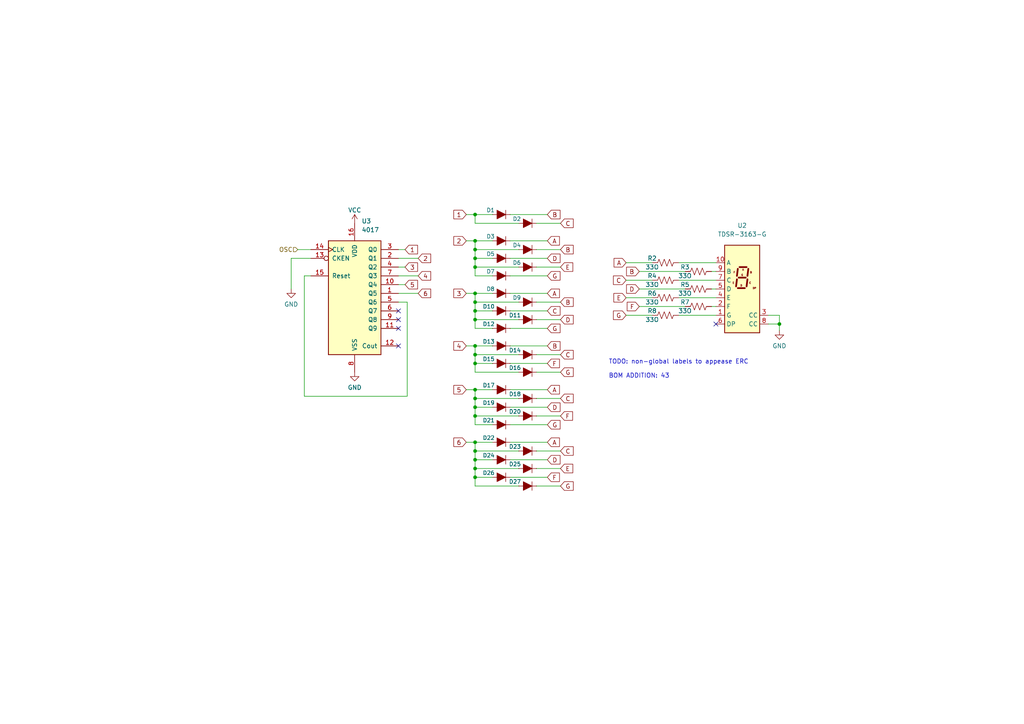
<source format=kicad_sch>
(kicad_sch (version 20211123) (generator eeschema)
  (paper "A4")
  (lib_symbols
    (symbol "4xxx:4017" (pin_names (offset 1.016))
      (property "Reference" "U" (at -7.62 16.51 0))
      (property "Value" "4017" (at -7.62 -19.05 0))
      (symbol "4017_1_0"
        (pin output line (at 12.7 0 180) (length 5.08) (name "Q5") (number "1"))
        (pin output line (at 12.7 2.54 180) (length 5.08) (name "Q4") (number "10"))
        (pin output line (at 12.7 -10.16 180) (length 5.08) (name "Q9") (number "11"))
        (pin output line (at 12.7 -15.24 180) (length 5.08) (name "Cout") (number "12"))
        (pin input inverted (at -12.7 10.16 0) (length 5.08) (name "CKEN") (number "13"))
        (pin input clock (at -12.7 12.7 0) (length 5.08) (name "CLK") (number "14"))
        (pin input line (at -12.7 5.08 0) (length 5.08) (name "Reset") (number "15"))
        (pin power_in line (at 0 20.32 270) (length 5.08) (name "VDD") (number "16"))
        (pin output line (at 12.7 10.16 180) (length 5.08) (name "Q1") (number "2"))
        (pin output line (at 12.7 12.7 180) (length 5.08) (name "Q0") (number "3"))
        (pin output line (at 12.7 7.62 180) (length 5.08) (name "Q2") (number "4"))
        (pin output line (at 12.7 -2.54 180) (length 5.08) (name "Q6") (number "5"))
        (pin output line (at 12.7 -5.08 180) (length 5.08) (name "Q7") (number "6"))
        (pin output line (at 12.7 5.08 180) (length 5.08) (name "Q3") (number "7"))
        (pin power_in line (at 0 -22.86 90) (length 5.08) (name "VSS") (number "8"))
        (pin output line (at 12.7 -7.62 180) (length 5.08) (name "Q8") (number "9"))
      )
      (symbol "4017_1_1"
        (rectangle (start -7.62 15.24) (end 7.62 -17.78) (stroke (width 0.254)) (fill (type background)))
      )
    )
    (symbol "Device:R_US" (pin_numbers hide) (pin_names (offset 0))
      (property "Reference" "R" (at 2.54 0 90))
      (property "Value" "R_US" (at -2.54 0 90))
      (symbol "R_US_0_1"
        (polyline (pts (xy 0 -2.286) (xy 0 -2.54)))
        (polyline (pts (xy 0 2.286) (xy 0 2.54)))
        (polyline (pts (xy 0 -0.762) (xy 1.016 -1.143) (xy 0 -1.524) (xy -1.016 -1.905) (xy 0 -2.286)))
        (polyline (pts (xy 0 0.762) (xy 1.016 0.381) (xy 0 0) (xy -1.016 -0.381) (xy 0 -0.762)))
        (polyline (pts (xy 0 2.286) (xy 1.016 1.905) (xy 0 1.524) (xy -1.016 1.143) (xy 0 0.762)))
      )
      (symbol "R_US_1_1"
        (pin passive line (at 0 3.81 270) (length 1.27) (name "~") (number "1"))
        (pin passive line (at 0 -3.81 90) (length 1.27) (name "~") (number "2"))
      )
    )
    (symbol "SparkFun-DiscreteSemi:DIODE-1N4148" (pin_numbers hide) (pin_names (offset 1.016) hide)
      (property "Reference" "D" (at -2.54 2.54 0))
      (property "Value" "DIODE-1N4148" (at -2.54 -3.81 0))
      (property "Field4" "DIO-08378" (at 0 6.35 0))
      (symbol "DIODE-1N4148_1_0"
        (polyline (pts (xy -2.54 0) (xy -1.27 0)))
        (polyline (pts (xy 1.27 0) (xy 1.27 -1.27)))
        (polyline (pts (xy 1.27 1.27) (xy 1.27 0)))
        (polyline (pts (xy 2.54 0) (xy 1.27 0)))
      )
      (symbol "DIODE-1N4148_1_1"
        (polyline (pts (xy -1.27 1.27) (xy 1.27 0) (xy 1.27 0) (xy -1.27 -1.27) (xy -1.27 -1.27) (xy -1.27 1.27)) (fill (type outline)))
        (pin passive line (at -2.54 0 0) (length 0) (name "A") (number "A"))
        (pin passive line (at 2.54 0 180) (length 0) (name "C") (number "C"))
      )
    )
    (symbol "parts_cafe:TDSR-3163-G"
      (property "Reference" "U" (at 0 0 0))
      (property "Value" "TDSR-3163-G" (at 2.54 -29.21 0))
      (symbol "TDSR-3163-G_0_0"
        (text "A" (at 5.334 -8.382 0) (effects (font (size 0.508 0.508))))
        (text "B" (at 7.62 -9.144 0) (effects (font (size 0.508 0.508))))
        (text "C" (at 7.366 -12.192 0) (effects (font (size 0.508 0.508))))
        (text "D" (at 4.826 -12.954 0) (effects (font (size 0.508 0.508))))
        (text "DP" (at 8.636 -13.716 0) (effects (font (size 0.508 0.508))))
        (text "E" (at 2.54 -12.192 0) (effects (font (size 0.508 0.508))))
        (text "F" (at 2.794 -9.144 0) (effects (font (size 0.508 0.508))))
        (text "G" (at 5.08 -9.906 0) (effects (font (size 0.508 0.508))))
      )
      (symbol "TDSR-3163-G_0_1"
        (rectangle (start 0 -1.27) (end 10.16 -26.67) (stroke (width 0.254)) (fill (type background)))
        (polyline (pts (xy 3.556 -11.176) (xy 3.302 -13.208)) (stroke (width 0.508)))
        (polyline (pts (xy 3.81 -13.716) (xy 5.842 -13.716)) (stroke (width 0.508)))
        (polyline (pts (xy 3.81 -8.128) (xy 3.556 -10.16)) (stroke (width 0.508)))
        (polyline (pts (xy 4.064 -10.668) (xy 6.096 -10.668)) (stroke (width 0.508)))
        (polyline (pts (xy 4.318 -7.62) (xy 6.35 -7.62)) (stroke (width 0.508)))
        (polyline (pts (xy 6.604 -11.176) (xy 6.35 -13.208)) (stroke (width 0.508)))
        (polyline (pts (xy 6.858 -8.128) (xy 6.604 -10.16)) (stroke (width 0.508)))
        (polyline (pts (xy 7.62 -13.716) (xy 7.62 -13.716)) (stroke (width 0.508)))
      )
      (symbol "TDSR-3163-G_1_1"
        (pin input line (at -2.54 -21.59 0) (length 2.54) (name "G") (number "1"))
        (pin input line (at -2.54 -6.35 0) (length 2.54) (name "A") (number "10"))
        (pin input line (at -2.54 -19.05 0) (length 2.54) (name "F") (number "2"))
        (pin input line (at 12.7 -21.59 180) (length 2.54) (name "CC") (number "3"))
        (pin input line (at -2.54 -16.51 0) (length 2.54) (name "E") (number "4"))
        (pin input line (at -2.54 -13.97 0) (length 2.54) (name "D") (number "5"))
        (pin input line (at -2.54 -24.13 0) (length 2.54) (name "DP") (number "6"))
        (pin input line (at -2.54 -11.43 0) (length 2.54) (name "C") (number "7"))
        (pin input line (at 12.7 -24.13 180) (length 2.54) (name "CC") (number "8"))
        (pin input line (at -2.54 -8.89 0) (length 2.54) (name "B") (number "9"))
      )
    )
    (symbol "power:GND" (power) (pin_names (offset 0))
      (property "Value" "GND" (at 0 -3.81 0))
      (symbol "GND_0_1"
        (polyline (pts (xy 0 0) (xy 0 -1.27) (xy 1.27 -1.27) (xy 0 -2.54) (xy -1.27 -1.27) (xy 0 -1.27)))
      )
      (symbol "GND_1_1"
        (pin power_in line (at 0 0 270) (length 0) hide (name "GND") (number "1"))
      )
    )
    (symbol "power:VCC" (power) (pin_names (offset 0))
      (property "Value" "VCC" (at 0 3.81 0))
      (symbol "VCC_0_1"
        (polyline (pts (xy -0.762 1.27) (xy 0 2.54)))
        (polyline (pts (xy 0 0) (xy 0 2.54)))
        (polyline (pts (xy 0 2.54) (xy 0.762 1.27)))
      )
      (symbol "VCC_1_1"
        (pin power_in line (at 0 0 90) (length 0) hide (name "VCC") (number "1"))
      )
    )
  )
  (junction (at 137.795 115.57))
  (junction (at 137.795 69.85))
  (junction (at 137.795 135.89))
  (junction (at 137.795 72.39))
  (junction (at 137.795 85.09))
  (junction (at 137.795 92.71))
  (junction (at 137.795 105.41))
  (junction (at 137.795 113.03))
  (junction (at 137.795 102.87))
  (junction (at 137.795 87.63))
  (junction (at 137.795 120.65))
  (junction (at 137.795 90.17))
  (junction (at 137.795 130.81))
  (junction (at 137.795 128.27))
  (junction (at 137.795 133.35))
  (junction (at 137.795 62.23))
  (junction (at 137.795 118.11))
  (junction (at 226.06 93.98))
  (junction (at 137.795 74.93))
  (junction (at 137.795 138.43))
  (junction (at 137.795 100.33))
  (junction (at 137.795 77.47))
  (no_connect (at 207.645 93.98))
  (no_connect (at 115.57 100.33))
  (no_connect (at 115.57 95.25))
  (no_connect (at 115.57 90.17))
  (no_connect (at 115.57 92.71))
  (wire (pts (xy 147.955 138.43) (xy 158.75 138.43)))
  (wire (pts (xy 222.885 91.44) (xy 226.06 91.44)))
  (wire (pts (xy 155.575 107.95) (xy 162.56 107.95)))
  (wire (pts (xy 137.795 92.71) (xy 137.795 90.17)))
  (wire (pts (xy 137.795 105.41) (xy 142.875 105.41)))
  (wire (pts (xy 137.795 85.09) (xy 142.875 85.09)))
  (wire (pts (xy 196.85 76.2) (xy 207.645 76.2)))
  (wire (pts (xy 137.795 138.43) (xy 137.795 135.89)))
  (wire (pts (xy 150.495 140.97) (xy 137.795 140.97)))
  (wire (pts (xy 147.955 95.25) (xy 158.75 95.25)))
  (wire (pts (xy 181.61 76.2) (xy 189.23 76.2)))
  (wire (pts (xy 137.795 123.19) (xy 137.795 120.65)))
  (wire (pts (xy 137.795 95.25) (xy 142.875 95.25)))
  (wire (pts (xy 135.255 69.85) (xy 137.795 69.85)))
  (wire (pts (xy 226.06 93.98) (xy 226.06 95.885)))
  (wire (pts (xy 137.795 100.33) (xy 142.875 100.33)))
  (wire (pts (xy 135.255 128.27) (xy 137.795 128.27)))
  (wire (pts (xy 84.455 74.93) (xy 84.455 83.82)))
  (wire (pts (xy 137.795 90.17) (xy 142.875 90.17)))
  (wire (pts (xy 147.955 100.33) (xy 158.75 100.33)))
  (wire (pts (xy 137.795 64.77) (xy 150.495 64.77)))
  (wire (pts (xy 115.57 77.47) (xy 117.475 77.47)))
  (wire (pts (xy 185.42 78.74) (xy 198.755 78.74)))
  (wire (pts (xy 88.265 114.935) (xy 118.11 114.935)))
  (wire (pts (xy 155.575 135.89) (xy 162.56 135.89)))
  (wire (pts (xy 115.57 72.39) (xy 117.475 72.39)))
  (wire (pts (xy 115.57 74.93) (xy 121.285 74.93)))
  (wire (pts (xy 147.955 118.11) (xy 158.75 118.11)))
  (wire (pts (xy 147.955 69.85) (xy 158.75 69.85)))
  (wire (pts (xy 135.255 62.23) (xy 137.795 62.23)))
  (wire (pts (xy 137.795 115.57) (xy 137.795 113.03)))
  (wire (pts (xy 137.795 80.01) (xy 142.875 80.01)))
  (wire (pts (xy 147.955 74.93) (xy 158.75 74.93)))
  (wire (pts (xy 155.575 72.39) (xy 162.56 72.39)))
  (wire (pts (xy 206.375 78.74) (xy 207.645 78.74)))
  (wire (pts (xy 137.795 107.95) (xy 150.495 107.95)))
  (wire (pts (xy 137.795 72.39) (xy 150.495 72.39)))
  (wire (pts (xy 118.11 114.935) (xy 118.11 87.63)))
  (wire (pts (xy 137.795 140.97) (xy 137.795 138.43)))
  (wire (pts (xy 137.795 118.11) (xy 142.875 118.11)))
  (wire (pts (xy 90.17 74.93) (xy 84.455 74.93)))
  (wire (pts (xy 137.795 120.65) (xy 150.495 120.65)))
  (wire (pts (xy 137.795 130.81) (xy 137.795 128.27)))
  (wire (pts (xy 147.955 123.19) (xy 158.75 123.19)))
  (wire (pts (xy 137.795 113.03) (xy 142.875 113.03)))
  (wire (pts (xy 137.795 102.87) (xy 137.795 100.33)))
  (wire (pts (xy 137.795 62.23) (xy 142.875 62.23)))
  (wire (pts (xy 185.42 83.82) (xy 198.755 83.82)))
  (wire (pts (xy 181.61 91.44) (xy 189.23 91.44)))
  (wire (pts (xy 155.575 77.47) (xy 162.56 77.47)))
  (wire (pts (xy 86.36 72.39) (xy 90.17 72.39)))
  (wire (pts (xy 135.255 100.33) (xy 137.795 100.33)))
  (wire (pts (xy 115.57 82.55) (xy 117.475 82.55)))
  (wire (pts (xy 147.955 128.27) (xy 158.75 128.27)))
  (wire (pts (xy 137.795 118.11) (xy 137.795 115.57)))
  (wire (pts (xy 137.795 77.47) (xy 150.495 77.47)))
  (wire (pts (xy 147.955 85.09) (xy 158.75 85.09)))
  (wire (pts (xy 137.795 133.35) (xy 137.795 130.81)))
  (wire (pts (xy 155.575 87.63) (xy 162.56 87.63)))
  (wire (pts (xy 137.795 74.93) (xy 137.795 72.39)))
  (wire (pts (xy 147.955 62.23) (xy 158.75 62.23)))
  (wire (pts (xy 137.795 77.47) (xy 137.795 74.93)))
  (wire (pts (xy 135.255 85.09) (xy 137.795 85.09)))
  (wire (pts (xy 137.795 80.01) (xy 137.795 77.47)))
  (wire (pts (xy 137.795 95.25) (xy 137.795 92.71)))
  (wire (pts (xy 155.575 120.65) (xy 162.56 120.65)))
  (wire (pts (xy 222.885 93.98) (xy 226.06 93.98)))
  (wire (pts (xy 137.795 135.89) (xy 150.495 135.89)))
  (wire (pts (xy 206.375 83.82) (xy 207.645 83.82)))
  (wire (pts (xy 137.795 115.57) (xy 150.495 115.57)))
  (wire (pts (xy 137.795 87.63) (xy 137.795 85.09)))
  (wire (pts (xy 196.85 86.36) (xy 207.645 86.36)))
  (wire (pts (xy 155.575 92.71) (xy 162.56 92.71)))
  (wire (pts (xy 137.795 90.17) (xy 137.795 87.63)))
  (wire (pts (xy 137.795 135.89) (xy 137.795 133.35)))
  (wire (pts (xy 155.575 102.87) (xy 162.56 102.87)))
  (wire (pts (xy 137.795 72.39) (xy 137.795 69.85)))
  (wire (pts (xy 155.575 130.81) (xy 162.56 130.81)))
  (wire (pts (xy 137.795 69.85) (xy 142.875 69.85)))
  (wire (pts (xy 137.795 107.95) (xy 137.795 105.41)))
  (wire (pts (xy 88.265 80.01) (xy 88.265 114.935)))
  (wire (pts (xy 155.575 64.77) (xy 162.56 64.77)))
  (wire (pts (xy 137.795 138.43) (xy 142.875 138.43)))
  (wire (pts (xy 147.955 80.01) (xy 158.75 80.01)))
  (wire (pts (xy 181.61 86.36) (xy 189.23 86.36)))
  (wire (pts (xy 137.795 92.71) (xy 150.495 92.71)))
  (wire (pts (xy 206.375 88.9) (xy 207.645 88.9)))
  (wire (pts (xy 147.955 105.41) (xy 158.75 105.41)))
  (wire (pts (xy 115.57 85.09) (xy 121.285 85.09)))
  (wire (pts (xy 137.795 130.81) (xy 150.495 130.81)))
  (wire (pts (xy 196.85 91.44) (xy 207.645 91.44)))
  (wire (pts (xy 137.795 123.19) (xy 142.875 123.19)))
  (wire (pts (xy 181.61 81.28) (xy 189.23 81.28)))
  (wire (pts (xy 196.85 81.28) (xy 207.645 81.28)))
  (wire (pts (xy 147.955 133.35) (xy 158.75 133.35)))
  (wire (pts (xy 147.955 90.17) (xy 158.75 90.17)))
  (wire (pts (xy 185.42 88.9) (xy 198.755 88.9)))
  (wire (pts (xy 137.795 133.35) (xy 142.875 133.35)))
  (wire (pts (xy 135.255 113.03) (xy 137.795 113.03)))
  (wire (pts (xy 155.575 115.57) (xy 162.56 115.57)))
  (wire (pts (xy 137.795 128.27) (xy 142.875 128.27)))
  (wire (pts (xy 137.795 120.65) (xy 137.795 118.11)))
  (wire (pts (xy 137.795 102.87) (xy 150.495 102.87)))
  (wire (pts (xy 155.575 140.97) (xy 162.56 140.97)))
  (wire (pts (xy 137.795 64.77) (xy 137.795 62.23)))
  (wire (pts (xy 137.795 87.63) (xy 150.495 87.63)))
  (wire (pts (xy 88.265 80.01) (xy 90.17 80.01)))
  (wire (pts (xy 147.955 113.03) (xy 158.75 113.03)))
  (wire (pts (xy 137.795 105.41) (xy 137.795 102.87)))
  (wire (pts (xy 118.11 87.63) (xy 115.57 87.63)))
  (wire (pts (xy 226.06 91.44) (xy 226.06 93.98)))
  (wire (pts (xy 115.57 80.01) (xy 121.285 80.01)))
  (wire (pts (xy 137.795 74.93) (xy 142.875 74.93)))
  (text "TODO: non-global labels to appease ERC\n\nBOM ADDITION: 43" (at 176.53 109.855 0) (effects (font (size 1.27 1.27)) (justify left bottom)))
  (global_label "D" (shape input) (at 158.75 74.93 0) (property "Intersheet References" "${INTERSHEET_REFS}" (effects hide)))
  (global_label "F" (shape input) (at 162.56 120.65 0) (property "Intersheet References" "${INTERSHEET_REFS}" (effects hide)))
  (global_label "A" (shape input) (at 158.75 113.03 0) (property "Intersheet References" "${INTERSHEET_REFS}" (effects hide)))
  (global_label "G" (shape input) (at 158.75 95.25 0) (property "Intersheet References" "${INTERSHEET_REFS}" (effects hide)))
  (global_label "5" (shape input) (at 135.255 113.03 180) (property "Intersheet References" "${INTERSHEET_REFS}" (effects hide)))
  (global_label "F" (shape input) (at 158.75 138.43 0) (property "Intersheet References" "${INTERSHEET_REFS}" (effects hide)))
  (global_label "B" (shape input) (at 158.75 62.23 0) (property "Intersheet References" "${INTERSHEET_REFS}" (effects hide)))
  (global_label "6" (shape input) (at 135.255 128.27 180) (property "Intersheet References" "${INTERSHEET_REFS}" (effects hide)))
  (global_label "2" (shape input) (at 135.255 69.85 180) (property "Intersheet References" "${INTERSHEET_REFS}" (effects hide)))
  (global_label "4" (shape input) (at 121.285 80.01 0) (property "Intersheet References" "${INTERSHEET_REFS}" (effects hide)))
  (global_label "C" (shape input) (at 162.56 64.77 0) (property "Intersheet References" "${INTERSHEET_REFS}" (effects hide)))
  (global_label "B" (shape input) (at 162.56 87.63 0) (property "Intersheet References" "${INTERSHEET_REFS}" (effects hide)))
  (global_label "3" (shape input) (at 117.475 77.47 0) (property "Intersheet References" "${INTERSHEET_REFS}" (effects hide)))
  (global_label "D" (shape input) (at 185.42 83.82 180) (property "Intersheet References" "${INTERSHEET_REFS}" (effects hide)))
  (global_label "C" (shape input) (at 162.56 102.87 0) (property "Intersheet References" "${INTERSHEET_REFS}" (effects hide)))
  (global_label "G" (shape input) (at 181.61 91.44 180) (property "Intersheet References" "${INTERSHEET_REFS}" (effects hide)))
  (global_label "B" (shape input) (at 185.42 78.74 180) (property "Intersheet References" "${INTERSHEET_REFS}" (effects hide)))
  (global_label "E" (shape input) (at 162.56 77.47 0) (property "Intersheet References" "${INTERSHEET_REFS}" (effects hide)))
  (global_label "E" (shape input) (at 181.61 86.36 180) (property "Intersheet References" "${INTERSHEET_REFS}" (effects hide)))
  (global_label "G" (shape input) (at 162.56 140.97 0) (property "Intersheet References" "${INTERSHEET_REFS}" (effects hide)))
  (global_label "G" (shape input) (at 162.56 107.95 0) (property "Intersheet References" "${INTERSHEET_REFS}" (effects hide)))
  (global_label "1" (shape input) (at 135.255 62.23 180) (property "Intersheet References" "${INTERSHEET_REFS}" (effects hide)))
  (global_label "C" (shape input) (at 158.75 90.17 0) (property "Intersheet References" "${INTERSHEET_REFS}" (effects hide)))
  (global_label "G" (shape input) (at 158.75 123.19 0) (property "Intersheet References" "${INTERSHEET_REFS}" (effects hide)))
  (global_label "A" (shape input) (at 158.75 69.85 0) (property "Intersheet References" "${INTERSHEET_REFS}" (effects hide)))
  (global_label "4" (shape input) (at 135.255 100.33 180) (property "Intersheet References" "${INTERSHEET_REFS}" (effects hide)))
  (global_label "F" (shape input) (at 158.75 105.41 0) (property "Intersheet References" "${INTERSHEET_REFS}" (effects hide)))
  (global_label "2" (shape input) (at 121.285 74.93 0) (property "Intersheet References" "${INTERSHEET_REFS}" (effects hide)))
  (global_label "F" (shape input) (at 185.42 88.9 180) (property "Intersheet References" "${INTERSHEET_REFS}" (effects hide)))
  (global_label "5" (shape input) (at 117.475 82.55 0) (property "Intersheet References" "${INTERSHEET_REFS}" (effects hide)))
  (global_label "D" (shape input) (at 162.56 92.71 0) (property "Intersheet References" "${INTERSHEET_REFS}" (effects hide)))
  (global_label "C" (shape input) (at 162.56 130.81 0) (property "Intersheet References" "${INTERSHEET_REFS}" (effects hide)))
  (global_label "B" (shape input) (at 162.56 72.39 0) (property "Intersheet References" "${INTERSHEET_REFS}" (effects hide)))
  (global_label "C" (shape input) (at 181.61 81.28 180) (property "Intersheet References" "${INTERSHEET_REFS}" (effects hide)))
  (global_label "G" (shape input) (at 158.75 80.01 0) (property "Intersheet References" "${INTERSHEET_REFS}" (effects hide)))
  (global_label "1" (shape input) (at 117.475 72.39 0) (property "Intersheet References" "${INTERSHEET_REFS}" (effects hide)))
  (global_label "B" (shape input) (at 158.75 100.33 0) (property "Intersheet References" "${INTERSHEET_REFS}" (effects hide)))
  (global_label "A" (shape input) (at 158.75 85.09 0) (property "Intersheet References" "${INTERSHEET_REFS}" (effects hide)))
  (global_label "D" (shape input) (at 158.75 118.11 0) (property "Intersheet References" "${INTERSHEET_REFS}" (effects hide)))
  (global_label "E" (shape input) (at 162.56 135.89 0) (property "Intersheet References" "${INTERSHEET_REFS}" (effects hide)))
  (global_label "3" (shape input) (at 135.255 85.09 180) (property "Intersheet References" "${INTERSHEET_REFS}" (effects hide)))
  (global_label "C" (shape input) (at 162.56 115.57 0) (property "Intersheet References" "${INTERSHEET_REFS}" (effects hide)))
  (global_label "6" (shape input) (at 121.285 85.09 0) (property "Intersheet References" "${INTERSHEET_REFS}" (effects hide)))
  (global_label "D" (shape input) (at 158.75 133.35 0) (property "Intersheet References" "${INTERSHEET_REFS}" (effects hide)))
  (global_label "A" (shape input) (at 181.61 76.2 180) (property "Intersheet References" "${INTERSHEET_REFS}" (effects hide)))
  (global_label "A" (shape input) (at 158.75 128.27 0) (property "Intersheet References" "${INTERSHEET_REFS}" (effects hide)))
  (hierarchical_label "OSC" (shape input) (at 86.36 72.39 180))
  (symbol (lib_id "power:VCC") (at 102.87 64.77 0) (unit 1)
    (property "Reference" "#PWR010" (effects hide))
    (property "Value" "VCC" (at 102.87 60.96 0))
  )
  (symbol (lib_id "SparkFun-DiscreteSemi:DIODE-1N4148") (at 153.035 115.57 0) (unit 1)
    (property "Reference" "D18" (at 151.13 114.3 0) (effects (font (size 1.143 1.143)) (justify right)))
    (property "Value" "DIODE-1N4148" (effects hide))
    (property "Footprint" "DIODE-1N4148" (effects hide))
    (property "Field4" "DIO-08378" (effects hide))
  )
  (symbol (lib_id "power:GND") (at 102.87 107.95 0) (unit 1)
    (property "Reference" "#PWR013" (effects hide))
    (property "Value" "GND" (at 102.87 112.395 0))
  )
  (symbol (lib_id "SparkFun-DiscreteSemi:DIODE-1N4148") (at 145.415 123.19 0) (unit 1)
    (property "Reference" "D21" (at 143.51 121.92 0) (effects (font (size 1.143 1.143)) (justify right)))
    (property "Value" "DIODE-1N4148" (effects hide))
    (property "Footprint" "DIODE-1N4148" (effects hide))
    (property "Field4" "DIO-08378" (effects hide))
  )
  (symbol (lib_id "SparkFun-DiscreteSemi:DIODE-1N4148") (at 145.415 113.03 0) (unit 1)
    (property "Reference" "D17" (at 143.51 111.76 0) (effects (font (size 1.143 1.143)) (justify right)))
    (property "Value" "DIODE-1N4148" (effects hide))
    (property "Footprint" "DIODE-1N4148" (effects hide))
    (property "Field4" "DIO-08378" (effects hide))
  )
  (symbol (lib_id "SparkFun-DiscreteSemi:DIODE-1N4148") (at 153.035 92.71 0) (unit 1)
    (property "Reference" "D11" (at 151.13 91.44 0) (effects (font (size 1.143 1.143)) (justify right)))
    (property "Value" "DIODE-1N4148" (effects hide))
    (property "Footprint" "DIODE-1N4148" (effects hide))
    (property "Field4" "DIO-08378" (effects hide))
  )
  (symbol (lib_id "SparkFun-DiscreteSemi:DIODE-1N4148") (at 145.415 100.33 0) (unit 1)
    (property "Reference" "D13" (at 143.51 99.06 0) (effects (font (size 1.143 1.143)) (justify right)))
    (property "Value" "DIODE-1N4148" (effects hide))
    (property "Footprint" "DIODE-1N4148" (effects hide))
    (property "Field4" "DIO-08378" (effects hide))
  )
  (symbol (lib_id "Device:R_US") (at 193.04 86.36 90) (unit 1)
    (property "Reference" "R6" (at 190.5 85.09 90) (effects (justify left)))
    (property "Value" "33O" (at 191.135 87.63 90) (effects (justify left)))
    (property "Footprint" "Resistor_THT:R_Axial_DIN0204_L3.6mm_D1.6mm_P7.62mm_Horizontal" (effects hide))
  )
  (symbol (lib_id "SparkFun-DiscreteSemi:DIODE-1N4148") (at 145.415 138.43 0) (unit 1)
    (property "Reference" "D26" (at 143.51 137.16 0) (effects (font (size 1.143 1.143)) (justify right)))
    (property "Value" "DIODE-1N4148" (effects hide))
    (property "Footprint" "DIODE-1N4148" (effects hide))
    (property "Field4" "DIO-08378" (effects hide))
  )
  (symbol (lib_id "4xxx:4017") (at 102.87 85.09 0) (unit 1)
    (property "Reference" "U3" (at 104.8894 64.135 0) (effects (justify left)))
    (property "Value" "4017" (at 104.8894 66.675 0) (effects (justify left)))
    (property "Datasheet" "http://www.intersil.com/content/dam/Intersil/documents/cd40/cd4017bms-22bms.pdf" (effects hide))
  )
  (symbol (lib_id "Device:R_US") (at 193.04 76.2 90) (unit 1)
    (property "Reference" "R2" (at 190.5 74.93 90) (effects (justify left)))
    (property "Value" "33O" (at 191.135 77.47 90) (effects (justify left)))
    (property "Footprint" "Resistor_THT:R_Axial_DIN0204_L3.6mm_D1.6mm_P7.62mm_Horizontal" (effects hide))
  )
  (symbol (lib_id "Device:R_US") (at 202.565 88.9 90) (unit 1)
    (property "Reference" "R7" (at 200.025 87.63 90) (effects (justify left)))
    (property "Value" "33O" (at 200.66 90.17 90) (effects (justify left)))
    (property "Footprint" "Resistor_THT:R_Axial_DIN0204_L3.6mm_D1.6mm_P7.62mm_Horizontal" (effects hide))
  )
  (symbol (lib_id "SparkFun-DiscreteSemi:DIODE-1N4148") (at 153.035 135.89 0) (unit 1)
    (property "Reference" "D25" (at 151.13 134.62 0) (effects (font (size 1.143 1.143)) (justify right)))
    (property "Value" "DIODE-1N4148" (effects hide))
    (property "Footprint" "DIODE-1N4148" (effects hide))
    (property "Field4" "DIO-08378" (effects hide))
  )
  (symbol (lib_id "power:GND") (at 226.06 95.885 0) (unit 1)
    (property "Reference" "#PWR012" (effects hide))
    (property "Value" "GND" (at 226.06 100.33 0))
  )
  (symbol (lib_id "parts_cafe:TDSR-3163-G") (at 210.185 69.85 0) (unit 1)
    (property "Reference" "U2" (at 215.265 65.405 0))
    (property "Value" "TDSR-3163-G" (at 215.265 67.945 0))
  )
  (symbol (lib_id "SparkFun-DiscreteSemi:DIODE-1N4148") (at 153.035 87.63 0) (unit 1)
    (property "Reference" "D9" (at 151.13 86.36 0) (effects (font (size 1.143 1.143)) (justify right)))
    (property "Value" "DIODE-1N4148" (effects hide))
    (property "Footprint" "DIODE-1N4148" (effects hide))
    (property "Field4" "DIO-08378" (effects hide))
  )
  (symbol (lib_id "SparkFun-DiscreteSemi:DIODE-1N4148") (at 145.415 80.01 0) (unit 1)
    (property "Reference" "D7" (at 143.51 78.74 0) (effects (font (size 1.143 1.143)) (justify right)))
    (property "Value" "DIODE-1N4148" (effects hide))
    (property "Footprint" "DIODE-1N4148" (effects hide))
    (property "Field4" "DIO-08378" (effects hide))
  )
  (symbol (lib_id "Device:R_US") (at 202.565 83.82 90) (unit 1)
    (property "Reference" "R5" (at 200.025 82.55 90) (effects (justify left)))
    (property "Value" "33O" (at 200.66 85.09 90) (effects (justify left)))
    (property "Footprint" "Resistor_THT:R_Axial_DIN0204_L3.6mm_D1.6mm_P7.62mm_Horizontal" (effects hide))
  )
  (symbol (lib_id "SparkFun-DiscreteSemi:DIODE-1N4148") (at 145.415 128.27 0) (unit 1)
    (property "Reference" "D22" (at 143.51 127 0) (effects (font (size 1.143 1.143)) (justify right)))
    (property "Value" "DIODE-1N4148" (effects hide))
    (property "Footprint" "DIODE-1N4148" (effects hide))
    (property "Field4" "DIO-08378" (effects hide))
  )
  (symbol (lib_id "SparkFun-DiscreteSemi:DIODE-1N4148") (at 145.415 118.11 0) (unit 1)
    (property "Reference" "D19" (at 143.51 116.84 0) (effects (font (size 1.143 1.143)) (justify right)))
    (property "Value" "DIODE-1N4148" (effects hide))
    (property "Footprint" "DIODE-1N4148" (effects hide))
    (property "Field4" "DIO-08378" (effects hide))
  )
  (symbol (lib_id "SparkFun-DiscreteSemi:DIODE-1N4148") (at 153.035 120.65 0) (unit 1)
    (property "Reference" "D20" (at 151.13 119.38 0) (effects (font (size 1.143 1.143)) (justify right)))
    (property "Value" "DIODE-1N4148" (effects hide))
    (property "Footprint" "DIODE-1N4148" (effects hide))
    (property "Field4" "DIO-08378" (effects hide))
  )
  (symbol (lib_id "power:GND") (at 84.455 83.82 0) (unit 1)
    (property "Reference" "#PWR011" (effects hide))
    (property "Value" "GND" (at 84.455 88.265 0))
  )
  (symbol (lib_id "Device:R_US") (at 193.04 81.28 90) (unit 1)
    (property "Reference" "R4" (at 190.5 80.01 90) (effects (justify left)))
    (property "Value" "33O" (at 191.135 82.55 90) (effects (justify left)))
    (property "Footprint" "Resistor_THT:R_Axial_DIN0204_L3.6mm_D1.6mm_P7.62mm_Horizontal" (effects hide))
  )
  (symbol (lib_id "SparkFun-DiscreteSemi:DIODE-1N4148") (at 145.415 62.23 0) (unit 1)
    (property "Reference" "D1" (at 143.51 60.96 0) (effects (font (size 1.143 1.143)) (justify right)))
    (property "Value" "DIODE-1N4148" (effects hide))
    (property "Footprint" "DIODE-1N4148" (effects hide))
    (property "Field4" "DIO-08378" (effects hide))
  )
  (symbol (lib_id "Device:R_US") (at 193.04 91.44 90) (unit 1)
    (property "Reference" "R8" (at 190.5 90.17 90) (effects (justify left)))
    (property "Value" "33O" (at 191.135 92.71 90) (effects (justify left)))
    (property "Footprint" "Resistor_THT:R_Axial_DIN0204_L3.6mm_D1.6mm_P7.62mm_Horizontal" (effects hide))
  )
  (symbol (lib_id "SparkFun-DiscreteSemi:DIODE-1N4148") (at 153.035 77.47 0) (unit 1)
    (property "Reference" "D6" (at 151.13 76.2 0) (effects (font (size 1.143 1.143)) (justify right)))
    (property "Value" "DIODE-1N4148" (effects hide))
    (property "Footprint" "DIODE-1N4148" (effects hide))
    (property "Field4" "DIO-08378" (effects hide))
  )
  (symbol (lib_id "SparkFun-DiscreteSemi:DIODE-1N4148") (at 145.415 85.09 0) (unit 1)
    (property "Reference" "D8" (at 143.51 83.82 0) (effects (font (size 1.143 1.143)) (justify right)))
    (property "Value" "DIODE-1N4148" (effects hide))
    (property "Footprint" "DIODE-1N4148" (effects hide))
    (property "Field4" "DIO-08378" (effects hide))
  )
  (symbol (lib_id "SparkFun-DiscreteSemi:DIODE-1N4148") (at 153.035 102.87 0) (unit 1)
    (property "Reference" "D14" (at 151.13 101.6 0) (effects (font (size 1.143 1.143)) (justify right)))
    (property "Value" "DIODE-1N4148" (effects hide))
    (property "Footprint" "DIODE-1N4148" (effects hide))
    (property "Field4" "DIO-08378" (effects hide))
  )
  (symbol (lib_id "SparkFun-DiscreteSemi:DIODE-1N4148") (at 145.415 90.17 0) (unit 1)
    (property "Reference" "D10" (at 143.51 88.9 0) (effects (font (size 1.143 1.143)) (justify right)))
    (property "Value" "DIODE-1N4148" (effects hide))
    (property "Footprint" "DIODE-1N4148" (effects hide))
    (property "Field4" "DIO-08378" (effects hide))
  )
  (symbol (lib_id "SparkFun-DiscreteSemi:DIODE-1N4148") (at 153.035 140.97 0) (unit 1)
    (property "Reference" "D27" (at 151.13 139.7 0) (effects (font (size 1.143 1.143)) (justify right)))
    (property "Value" "DIODE-1N4148" (effects hide))
    (property "Footprint" "DIODE-1N4148" (effects hide))
    (property "Field4" "DIO-08378" (effects hide))
  )
  (symbol (lib_id "SparkFun-DiscreteSemi:DIODE-1N4148") (at 145.415 105.41 0) (unit 1)
    (property "Reference" "D15" (at 143.51 104.14 0) (effects (font (size 1.143 1.143)) (justify right)))
    (property "Value" "DIODE-1N4148" (effects hide))
    (property "Footprint" "DIODE-1N4148" (effects hide))
    (property "Field4" "DIO-08378" (effects hide))
  )
  (symbol (lib_id "SparkFun-DiscreteSemi:DIODE-1N4148") (at 153.035 107.95 0) (unit 1)
    (property "Reference" "D16" (at 151.13 106.68 0) (effects (font (size 1.143 1.143)) (justify right)))
    (property "Value" "DIODE-1N4148" (effects hide))
    (property "Footprint" "DIODE-1N4148" (effects hide))
    (property "Field4" "DIO-08378" (effects hide))
  )
  (symbol (lib_id "SparkFun-DiscreteSemi:DIODE-1N4148") (at 153.035 72.39 0) (unit 1)
    (property "Reference" "D4" (at 151.13 71.12 0) (effects (font (size 1.143 1.143)) (justify right)))
    (property "Value" "DIODE-1N4148" (effects hide))
    (property "Footprint" "DIODE-1N4148" (effects hide))
    (property "Field4" "DIO-08378" (effects hide))
  )
  (symbol (lib_id "SparkFun-DiscreteSemi:DIODE-1N4148") (at 153.035 64.77 0) (unit 1)
    (property "Reference" "D2" (at 151.13 63.5 0) (effects (font (size 1.143 1.143)) (justify right)))
    (property "Value" "DIODE-1N4148" (effects hide))
    (property "Footprint" "DIODE-1N4148" (effects hide))
    (property "Field4" "DIO-08378" (effects hide))
  )
  (symbol (lib_id "SparkFun-DiscreteSemi:DIODE-1N4148") (at 153.035 130.81 0) (unit 1)
    (property "Reference" "D23" (at 151.13 129.54 0) (effects (font (size 1.143 1.143)) (justify right)))
    (property "Value" "DIODE-1N4148" (effects hide))
    (property "Footprint" "DIODE-1N4148" (effects hide))
    (property "Field4" "DIO-08378" (effects hide))
  )
  (symbol (lib_id "SparkFun-DiscreteSemi:DIODE-1N4148") (at 145.415 69.85 0) (unit 1)
    (property "Reference" "D3" (at 143.51 68.58 0) (effects (font (size 1.143 1.143)) (justify right)))
    (property "Value" "DIODE-1N4148" (effects hide))
    (property "Footprint" "DIODE-1N4148" (effects hide))
    (property "Field4" "DIO-08378" (effects hide))
  )
  (symbol (lib_id "SparkFun-DiscreteSemi:DIODE-1N4148") (at 145.415 133.35 0) (unit 1)
    (property "Reference" "D24" (at 143.51 132.08 0) (effects (font (size 1.143 1.143)) (justify right)))
    (property "Value" "DIODE-1N4148" (effects hide))
    (property "Footprint" "DIODE-1N4148" (effects hide))
    (property "Field4" "DIO-08378" (effects hide))
  )
  (symbol (lib_id "SparkFun-DiscreteSemi:DIODE-1N4148") (at 145.415 74.93 0) (unit 1)
    (property "Reference" "D5" (at 143.51 73.66 0) (effects (font (size 1.143 1.143)) (justify right)))
    (property "Value" "DIODE-1N4148" (effects hide))
    (property "Footprint" "DIODE-1N4148" (effects hide))
    (property "Field4" "DIO-08378" (effects hide))
  )
  (symbol (lib_id "Device:R_US") (at 202.565 78.74 90) (unit 1)
    (property "Reference" "R3" (at 200.025 77.47 90) (effects (justify left)))
    (property "Value" "33O" (at 200.66 80.01 90) (effects (justify left)))
    (property "Footprint" "Resistor_THT:R_Axial_DIN0204_L3.6mm_D1.6mm_P7.62mm_Horizontal" (effects hide))
  )
  (symbol (lib_id "SparkFun-DiscreteSemi:DIODE-1N4148") (at 145.415 95.25 0) (unit 1)
    (property "Reference" "D12" (at 143.51 93.98 0) (effects (font (size 1.143 1.143)) (justify right)))
    (property "Value" "DIODE-1N4148" (effects hide))
    (property "Footprint" "DIODE-1N4148" (effects hide))
    (property "Field4" "DIO-08378" (effects hide))
  )
)
</source>
